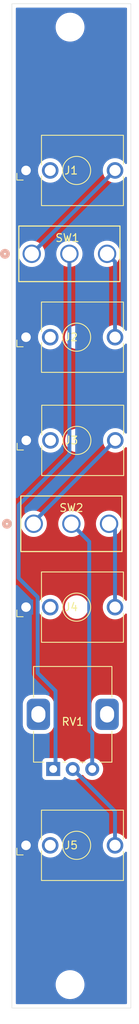
<source format=kicad_pcb>
(kicad_pcb (version 20240108) (generator "pcbnew") (generator_version "8.0")
  (layers (0 "F.Cu" signal) (31 "B.Cu" signal) (34 "B.Paste" user) (35 "F.Paste" user) (36 "B.SilkS" user "B.Silkscreen") (37 "F.SilkS" user "F.Silkscreen") (38 "B.Mask" user) (39 "F.Mask" user) (44 "Edge.Cuts" user))
  (net 0 "")
  (net 2 "Net-(SW1-A)")
  (net 3 "GND")
  (net 4 "Net-(SW1-C)")
  (net 6 "Net-(SW2-A)")
  (net 8 "Net-(SW2-C)")
  (net 10 "Net-(J5-PadT)")
  (net 12 "Net-(SW1-B)")
  (net 13 "Net-(SW2-B)")
  (footprint "Connector_Audio:Jack_3.5mm_QingPu_WQP-PJ398SM_Vertical_CircularHoles" (layer "F.Cu") (at 103.408 158.496 90)
    (property "Reference" "J5" (at 0 5.78 180) (layer "F.SilkS"))
    (property "Value" "AudioJack2_SwitchT" (hide yes))
    (fp_line (start -1.23 -1.17) (end -0.37 -1.17) (stroke (width 0.12)) (layer "F.SilkS"))
    (fp_line (start -1.23 -1.17) (end -1.23 -0.37) (stroke (width 0.12)) (layer "F.SilkS"))
    (fp_line (start 4.5 1.98) (end 0.72 1.98) (stroke (width 0.12)) (layer "F.SilkS"))
    (fp_line (start 4.5 1.98) (end 4.5 12.48) (stroke (width 0.12)) (layer "F.SilkS"))
    (fp_line (start -0.72 1.98) (end -4.5 1.98) (stroke (width 0.12)) (layer "F.SilkS"))
    (fp_line (start -4.5 1.98) (end -4.5 12.48) (stroke (width 0.12)) (layer "F.SilkS"))
    (fp_line (start 4.5 12.48) (end 0.8 12.48) (stroke (width 0.12)) (layer "F.SilkS"))
    (fp_line (start -0.8 12.48) (end -4.5 12.48) (stroke (width 0.12)) (layer "F.SilkS"))
    (fp_circle (center 0 6.48) (end 1.8 6.48) (stroke (width 0.12)) (fill none) (layer "F.SilkS"))
    (pad "S" thru_hole rect (at 0 0 270) (size 1.93 1.83) (drill 1.22) (layers "*.Cu" "*.Mask") (net 3 "GND"))
    (pad "T" thru_hole circle (at 0 11.4 270) (size 2.13 2.13) (drill 1.43) (layers "*.Cu" "*.Mask") (net 10 "Net-(J5-PadT)"))
    (pad "TN" thru_hole circle (at 0 3.1 270) (size 2.13 2.13) (drill 1.42) (layers "*.Cu" "*.Mask"))
    (zone (net 0) (net_name "") (layer "F.Cu") (connect_pads (clearance 0)) (min_thickness 0.254)
      (keepout (tracks not_allowed) (vias not_allowed) (pads not_allowed) (copperpour not_allowed) (footprints not_allowed))
      (fill (thermal_gap 0.508) (thermal_bridge_width 0.508))
      (polygon (pts (xy 109.888 156.990859) (xy 109.642171 157.01107) (xy 109.402945 157.071159) (xy 109.176744 157.169514) (xy 108.969645 157.303492) (xy 108.78721 157.469496) (xy 108.634336 157.663068) (xy 108.515131 157.879008) (xy 108.432794 158.111518) (xy 108.389539 158.354354) (xy 108.386525 158.600993) (xy 108.423835 158.844813) (xy 108.500466 159.079266) (xy 108.61436 159.298054) (xy 108.762458 159.495303) (xy 108.940784 159.665714) (xy 109.144548 159.804712) (xy 109.368278 159.908564) (xy 109.605965 159.974481) (xy 109.851226 160.000692) (xy 110.097475 159.986493) (xy 110.338099 159.932266) (xy 110.566634 159.839468) (xy 110.776945 159.710589) (xy 110.963382 159.549092) (xy 111.120939 159.359313) (xy 111.245385 159.14635) (xy 111.333377 158.915921) (xy 111.382553 158.674215) (xy 111.391592 158.427722) (xy 111.36025 158.183064) (xy 111.28937 157.946809) (xy 111.180856 157.725303) (xy 111.037621 157.524495) (xy 110.863512 157.349777) (xy 110.663205 157.205842) (xy 110.442079 157.096555) (xy 110.206074 157.024851) (xy 109.961526 156.992656)))
    )
  )
  (footprint "Potentiometer_THT:Potentiometer_Alps_RK09K_Single_Vertical" (layer "F.Cu") (at 106.892 148.732 90)
    (property "Reference" "RV1" (at 6.05 2.5 180) (layer "F.SilkS"))
    (property "Value" "R_Potentiometer")
    (fp_line (start 13.12 -2.521) (end 13.12 7.52) (stroke (width 0.12)) (layer "F.SilkS"))
    (fp_line (start 9.184 -2.521) (end 13.12 -2.521) (stroke (width 0.12)) (layer "F.SilkS"))
    (fp_line (start 0.88 -2.521) (end 4.817 -2.521) (stroke (width 0.12)) (layer "F.SilkS"))
    (fp_line (start 0.88 -2.521) (end 0.88 -1.2) (stroke (width 0.12)) (layer "F.SilkS"))
    (fp_line (start 0.88 1.25) (end 0.88 1.63) (stroke (width 0.12)) (layer "F.SilkS"))
    (fp_line (start 0.88 3.371) (end 0.88 4.13) (stroke (width 0.12)) (layer "F.SilkS"))
    (fp_line (start 0.88 5.87) (end 0.88 7.52) (stroke (width 0.12)) (layer "F.SilkS"))
    (fp_line (start 9.184 7.52) (end 13.12 7.52) (stroke (width 0.12)) (layer "F.SilkS"))
    (fp_line (start 0.88 7.52) (end 4.817 7.52) (stroke (width 0.12)) (layer "F.SilkS"))
    (pad "1" thru_hole rect (at 0 0 90) (size 1.8 1.8) (drill 1) (layers "*.Cu" "*.Mask") (net 12 "Net-(SW1-B)"))
    (pad "2" thru_hole circle (at 0 2.5 90) (size 1.8 1.8) (drill 1) (layers "*.Cu" "*.Mask") (net 10 "Net-(J5-PadT)"))
    (pad "3" thru_hole circle (at 0 5 90) (size 1.8 1.8) (drill 1) (layers "*.Cu" "*.Mask") (net 13 "Net-(SW2-B)"))
    (pad "MP" thru_hole roundrect (at 7 -1.9 90) (size 4 3) (drill oval 2.1 1.8) (layers "*.Cu" "*.Mask"))
    (pad "MP" thru_hole roundrect (at 7 6.9 90) (size 4 3) (drill oval 2.1 1.8) (layers "*.Cu" "*.Mask"))
  )
  (footprint "Connector_Audio:Jack_3.5mm_QingPu_WQP-PJ398SM_Vertical_CircularHoles" (layer "F.Cu") (at 103.44 106.68 90)
    (property "Reference" "J3" (at 0 5.78 180) (layer "F.SilkS"))
    (property "Value" "AudioJack2_SwitchT" (hide yes))
    (fp_line (start -1.23 -1.17) (end -0.37 -1.17) (stroke (width 0.12)) (layer "F.SilkS"))
    (fp_line (start -1.23 -1.17) (end -1.23 -0.37) (stroke (width 0.12)) (layer "F.SilkS"))
    (fp_line (start 4.5 1.98) (end 0.72 1.98) (stroke (width 0.12)) (layer "F.SilkS"))
    (fp_line (start 4.5 1.98) (end 4.5 12.48) (stroke (width 0.12)) (layer "F.SilkS"))
    (fp_line (start -0.72 1.98) (end -4.5 1.98) (stroke (width 0.12)) (layer "F.SilkS"))
    (fp_line (start -4.5 1.98) (end -4.5 12.48) (stroke (width 0.12)) (layer "F.SilkS"))
    (fp_line (start 4.5 12.48) (end 0.8 12.48) (stroke (width 0.12)) (layer "F.SilkS"))
    (fp_line (start -0.8 12.48) (end -4.5 12.48) (stroke (width 0.12)) (layer "F.SilkS"))
    (fp_circle (center 0 6.48) (end 1.8 6.48) (stroke (width 0.12)) (fill none) (layer "F.SilkS"))
    (pad "S" thru_hole rect (at 0 0 270) (size 1.93 1.83) (drill 1.22) (layers "*.Cu" "*.Mask") (net 3 "GND"))
    (pad "T" thru_hole circle (at 0 11.4 270) (size 2.13 2.13) (drill 1.43) (layers "*.Cu" "*.Mask") (net 6 "Net-(SW2-A)"))
    (pad "TN" thru_hole circle (at 0 3.1 270) (size 2.13 2.13) (drill 1.42) (layers "*.Cu" "*.Mask"))
    (zone (net 0) (net_name "") (layer "F.Cu") (connect_pads (clearance 0)) (min_thickness 0.254)
      (keepout (tracks not_allowed) (vias not_allowed) (pads not_allowed) (copperpour not_allowed) (footprints not_allowed))
      (fill (thermal_gap 0.508) (thermal_bridge_width 0.508))
      (polygon (pts (xy 109.92 105.174859) (xy 109.674171 105.19507) (xy 109.434945 105.255159) (xy 109.208744 105.353514) (xy 109.001645 105.487492) (xy 108.81921 105.653496) (xy 108.666336 105.847068) (xy 108.547131 106.063008) (xy 108.464794 106.295518) (xy 108.421539 106.538354) (xy 108.418525 106.784993) (xy 108.455835 107.028813) (xy 108.532466 107.263266) (xy 108.64636 107.482054) (xy 108.794458 107.679303) (xy 108.972784 107.849714) (xy 109.176548 107.988712) (xy 109.400278 108.092564) (xy 109.637965 108.158481) (xy 109.883226 108.184692) (xy 110.129475 108.170493) (xy 110.370099 108.116266) (xy 110.598634 108.023468) (xy 110.808945 107.894589) (xy 110.995382 107.733092) (xy 111.152939 107.543313) (xy 111.277385 107.33035) (xy 111.365377 107.099921) (xy 111.414553 106.858215) (xy 111.423592 106.611722) (xy 111.39225 106.367064) (xy 111.32137 106.130809) (xy 111.212856 105.909303) (xy 111.069621 105.708495) (xy 110.895512 105.533777) (xy 110.695205 105.389842) (xy 110.474079 105.280555) (xy 110.238074 105.208851) (xy 109.993526 105.176656)))
    )
  )
  (footprint "MountingHole:MountingHole_3.2mm_M3" (layer "F.Cu") (at 109.05 176.324)
    (property "Reference" "H2" (hide yes))
    (property "Value" "MountingHole")
    (pad "" np_thru_hole circle (at 0 0) (size 3.2 3.2) (drill 3.2) (layers "*.Cu" "*.Mask"))
  )
  (footprint "Custom:ANT13SEC_CRS" (layer "F.Cu") (at 104.14 82.804)
    (property "Reference" "SW1" (at 4.572 -2.032 0) (layer "F.SilkS"))
    (property "Value" "SW_SPDT")
    (fp_circle (center -3.429 0) (end -3.048 0) (stroke (width 0.508)) (fill none) (layer "B.SilkS"))
    (fp_line (start -1.651 -3.556) (end -1.651 3.556) (stroke (width 0.1524)) (layer "F.SilkS"))
    (fp_line (start -1.651 3.556) (end 11.303 3.556) (stroke (width 0.1524)) (layer "F.SilkS"))
    (fp_line (start 11.303 -3.556) (end -1.651 -3.556) (stroke (width 0.1524)) (layer "F.SilkS"))
    (fp_line (start 11.303 3.556) (end 11.303 -3.556) (stroke (width 0.1524)) (layer "F.SilkS"))
    (fp_circle (center -3.429 0) (end -3.048 0) (stroke (width 0.508)) (fill none) (layer "F.SilkS"))
    (pad "1" thru_hole circle (at 0 0) (size 2.3622 2.3622) (drill 1.8542) (layers "*.Cu" "*.Mask") (net 2 "Net-(SW1-A)"))
    (pad "2" thru_hole circle (at 4.826 0) (size 2.3622 2.3622) (drill 1.8542) (layers "*.Cu" "*.Mask") (net 12 "Net-(SW1-B)"))
    (pad "3" thru_hole circle (at 9.652 0) (size 2.3622 2.3622) (drill 1.8542) (layers "*.Cu" "*.Mask") (net 4 "Net-(SW1-C)"))
  )
  (footprint "MountingHole:MountingHole_3.2mm_M3" (layer "F.Cu") (at 109.05 53.8)
    (property "Reference" "H1" (hide yes))
    (property "Value" "MountingHole")
    (pad "" np_thru_hole circle (at 0 0) (size 3.2 3.2) (drill 3.2) (layers "*.Cu" "*.Mask"))
  )
  (footprint "Connector_Audio:Jack_3.5mm_QingPu_WQP-PJ398SM_Vertical_CircularHoles" (layer "F.Cu") (at 103.408 72.136 90)
    (property "Reference" "J1" (at 0 5.78 180) (layer "F.SilkS"))
    (property "Value" "AudioJack2_SwitchT" (hide yes))
    (fp_line (start -1.23 -1.17) (end -0.37 -1.17) (stroke (width 0.12)) (layer "F.SilkS"))
    (fp_line (start -1.23 -1.17) (end -1.23 -0.37) (stroke (width 0.12)) (layer "F.SilkS"))
    (fp_line (start 4.5 1.98) (end 0.72 1.98) (stroke (width 0.12)) (layer "F.SilkS"))
    (fp_line (start 4.5 1.98) (end 4.5 12.48) (stroke (width 0.12)) (layer "F.SilkS"))
    (fp_line (start -0.72 1.98) (end -4.5 1.98) (stroke (width 0.12)) (layer "F.SilkS"))
    (fp_line (start -4.5 1.98) (end -4.5 12.48) (stroke (width 0.12)) (layer "F.SilkS"))
    (fp_line (start 4.5 12.48) (end 0.8 12.48) (stroke (width 0.12)) (layer "F.SilkS"))
    (fp_line (start -0.8 12.48) (end -4.5 12.48) (stroke (width 0.12)) (layer "F.SilkS"))
    (fp_circle (center 0 6.48) (end 1.8 6.48) (stroke (width 0.12)) (fill none) (layer "F.SilkS"))
    (pad "S" thru_hole rect (at 0 0 270) (size 1.93 1.83) (drill 1.22) (layers "*.Cu" "*.Mask") (net 3 "GND"))
    (pad "T" thru_hole circle (at 0 11.4 270) (size 2.13 2.13) (drill 1.43) (layers "*.Cu" "*.Mask") (net 2 "Net-(SW1-A)"))
    (pad "TN" thru_hole circle (at 0 3.1 270) (size 2.13 2.13) (drill 1.42) (layers "*.Cu" "*.Mask"))
    (zone (net 0) (net_name "") (layer "F.Cu") (connect_pads (clearance 0)) (min_thickness 0.254)
      (keepout (tracks not_allowed) (vias not_allowed) (pads not_allowed) (copperpour not_allowed) (footprints not_allowed))
      (fill (thermal_gap 0.508) (thermal_bridge_width 0.508))
      (polygon (pts (xy 109.888 70.630859) (xy 109.642171 70.65107) (xy 109.402945 70.711159) (xy 109.176744 70.809514) (xy 108.969645 70.943492) (xy 108.78721 71.109496) (xy 108.634336 71.303068) (xy 108.515131 71.519008) (xy 108.432794 71.751518) (xy 108.389539 71.994354) (xy 108.386525 72.240993) (xy 108.423835 72.484813) (xy 108.500466 72.719266) (xy 108.61436 72.938054) (xy 108.762458 73.135303) (xy 108.940784 73.305714) (xy 109.144548 73.444712) (xy 109.368278 73.548564) (xy 109.605965 73.614481) (xy 109.851226 73.640692) (xy 110.097475 73.626493) (xy 110.338099 73.572266) (xy 110.566634 73.479468) (xy 110.776945 73.350589) (xy 110.963382 73.189092) (xy 111.120939 72.999313) (xy 111.245385 72.78635) (xy 111.333377 72.555921) (xy 111.382553 72.314215) (xy 111.391592 72.067722) (xy 111.36025 71.823064) (xy 111.28937 71.586809) (xy 111.180856 71.365303) (xy 111.037621 71.164495) (xy 110.863512 70.989777) (xy 110.663205 70.845842) (xy 110.442079 70.736555) (xy 110.206074 70.664851) (xy 109.961526 70.632656)))
    )
  )
  (footprint "Connector_Audio:Jack_3.5mm_QingPu_WQP-PJ398SM_Vertical_CircularHoles" (layer "F.Cu") (at 103.408 128.016 90)
    (property "Reference" "J4" (at 0 5.78 180) (layer "F.SilkS"))
    (property "Value" "AudioJack2_SwitchT" (hide yes))
    (fp_line (start -1.23 -1.17) (end -0.37 -1.17) (stroke (width 0.12)) (layer "F.SilkS"))
    (fp_line (start -1.23 -1.17) (end -1.23 -0.37) (stroke (width 0.12)) (layer "F.SilkS"))
    (fp_line (start 4.5 1.98) (end 0.72 1.98) (stroke (width 0.12)) (layer "F.SilkS"))
    (fp_line (start 4.5 1.98) (end 4.5 12.48) (stroke (width 0.12)) (layer "F.SilkS"))
    (fp_line (start -0.72 1.98) (end -4.5 1.98) (stroke (width 0.12)) (layer "F.SilkS"))
    (fp_line (start -4.5 1.98) (end -4.5 12.48) (stroke (width 0.12)) (layer "F.SilkS"))
    (fp_line (start 4.5 12.48) (end 0.8 12.48) (stroke (width 0.12)) (layer "F.SilkS"))
    (fp_line (start -0.8 12.48) (end -4.5 12.48) (stroke (width 0.12)) (layer "F.SilkS"))
    (fp_circle (center 0 6.48) (end 1.8 6.48) (stroke (width 0.12)) (fill none) (layer "F.SilkS"))
    (pad "S" thru_hole rect (at 0 0 270) (size 1.93 1.83) (drill 1.22) (layers "*.Cu" "*.Mask") (net 3 "GND"))
    (pad "T" thru_hole circle (at 0 11.4 270) (size 2.13 2.13) (drill 1.43) (layers "*.Cu" "*.Mask") (net 8 "Net-(SW2-C)"))
    (pad "TN" thru_hole circle (at 0 3.1 270) (size 2.13 2.13) (drill 1.42) (layers "*.Cu" "*.Mask"))
    (zone (net 0) (net_name "") (layer "F.Cu") (connect_pads (clearance 0)) (min_thickness 0.254)
      (keepout (tracks not_allowed) (vias not_allowed) (pads not_allowed) (copperpour not_allowed) (footprints not_allowed))
      (fill (thermal_gap 0.508) (thermal_bridge_width 0.508))
      (polygon (pts (xy 109.888 126.510859) (xy 109.642171 126.53107) (xy 109.402945 126.591159) (xy 109.176744 126.689514) (xy 108.969645 126.823492) (xy 108.78721 126.989496) (xy 108.634336 127.183068) (xy 108.515131 127.399008) (xy 108.432794 127.631518) (xy 108.389539 127.874354) (xy 108.386525 128.120993) (xy 108.423835 128.364813) (xy 108.500466 128.599266) (xy 108.61436 128.818054) (xy 108.762458 129.015303) (xy 108.940784 129.185714) (xy 109.144548 129.324712) (xy 109.368278 129.428564) (xy 109.605965 129.494481) (xy 109.851226 129.520692) (xy 110.097475 129.506493) (xy 110.338099 129.452266) (xy 110.566634 129.359468) (xy 110.776945 129.230589) (xy 110.963382 129.069092) (xy 111.120939 128.879313) (xy 111.245385 128.66635) (xy 111.333377 128.435921) (xy 111.382553 128.194215) (xy 111.391592 127.947722) (xy 111.36025 127.703064) (xy 111.28937 127.466809) (xy 111.180856 127.245303) (xy 111.037621 127.044495) (xy 110.863512 126.869777) (xy 110.663205 126.725842) (xy 110.442079 126.616555) (xy 110.206074 126.544851) (xy 109.961526 126.512656)))
    )
  )
  (footprint "Connector_Audio:Jack_3.5mm_QingPu_WQP-PJ398SM_Vertical_CircularHoles" (layer "F.Cu") (at 103.408 93.472 90)
    (property "Reference" "J2" (at 0 5.78 180) (layer "F.SilkS"))
    (property "Value" "AudioJack2_SwitchT" (hide yes))
    (fp_line (start -1.23 -1.17) (end -0.37 -1.17) (stroke (width 0.12)) (layer "F.SilkS"))
    (fp_line (start -1.23 -1.17) (end -1.23 -0.37) (stroke (width 0.12)) (layer "F.SilkS"))
    (fp_line (start 4.5 1.98) (end 0.72 1.98) (stroke (width 0.12)) (layer "F.SilkS"))
    (fp_line (start 4.5 1.98) (end 4.5 12.48) (stroke (width 0.12)) (layer "F.SilkS"))
    (fp_line (start -0.72 1.98) (end -4.5 1.98) (stroke (width 0.12)) (layer "F.SilkS"))
    (fp_line (start -4.5 1.98) (end -4.5 12.48) (stroke (width 0.12)) (layer "F.SilkS"))
    (fp_line (start 4.5 12.48) (end 0.8 12.48) (stroke (width 0.12)) (layer "F.SilkS"))
    (fp_line (start -0.8 12.48) (end -4.5 12.48) (stroke (width 0.12)) (layer "F.SilkS"))
    (fp_circle (center 0 6.48) (end 1.8 6.48) (stroke (width 0.12)) (fill none) (layer "F.SilkS"))
    (pad "S" thru_hole rect (at 0 0 270) (size 1.93 1.83) (drill 1.22) (layers "*.Cu" "*.Mask") (net 3 "GND"))
    (pad "T" thru_hole circle (at 0 11.4 270) (size 2.13 2.13) (drill 1.43) (layers "*.Cu" "*.Mask") (net 4 "Net-(SW1-C)"))
    (pad "TN" thru_hole circle (at 0 3.1 270) (size 2.13 2.13) (drill 1.42) (layers "*.Cu" "*.Mask"))
    (zone (net 0) (net_name "") (layer "F.Cu") (connect_pads (clearance 0)) (min_thickness 0.254)
      (keepout (tracks not_allowed) (vias not_allowed) (pads not_allowed) (copperpour not_allowed) (footprints not_allowed))
      (fill (thermal_gap 0.508) (thermal_bridge_width 0.508))
      (polygon (pts (xy 109.888 91.966859) (xy 109.642171 91.98707) (xy 109.402945 92.047159) (xy 109.176744 92.145514) (xy 108.969645 92.279492) (xy 108.78721 92.445496) (xy 108.634336 92.639068) (xy 108.515131 92.855008) (xy 108.432794 93.087518) (xy 108.389539 93.330354) (xy 108.386525 93.576993) (xy 108.423835 93.820813) (xy 108.500466 94.055266) (xy 108.61436 94.274054) (xy 108.762458 94.471303) (xy 108.940784 94.641714) (xy 109.144548 94.780712) (xy 109.368278 94.884564) (xy 109.605965 94.950481) (xy 109.851226 94.976692) (xy 110.097475 94.962493) (xy 110.338099 94.908266) (xy 110.566634 94.815468) (xy 110.776945 94.686589) (xy 110.963382 94.525092) (xy 111.120939 94.335313) (xy 111.245385 94.12235) (xy 111.333377 93.891921) (xy 111.382553 93.650215) (xy 111.391592 93.403722) (xy 111.36025 93.159064) (xy 111.28937 92.922809) (xy 111.180856 92.701303) (xy 111.037621 92.500495) (xy 110.863512 92.325777) (xy 110.663205 92.181842) (xy 110.442079 92.072555) (xy 110.206074 92.000851) (xy 109.961526 91.968656)))
    )
  )
  (footprint "Custom:ANT13SEC_CRS" (layer "F.Cu") (at 104.394 117.348)
    (property "Reference" "SW2" (at 4.826 -2.032 0) (layer "F.SilkS"))
    (property "Value" "SW_SPDT" (hide yes))
    (fp_circle (center -3.429 0) (end -3.048 0) (stroke (width 0.508)) (fill none) (layer "B.SilkS"))
    (fp_line (start -1.651 -3.556) (end -1.651 3.556) (stroke (width 0.1524)) (layer "F.SilkS"))
    (fp_line (start -1.651 3.556) (end 11.303 3.556) (stroke (width 0.1524)) (layer "F.SilkS"))
    (fp_line (start 11.303 -3.556) (end -1.651 -3.556) (stroke (width 0.1524)) (layer "F.SilkS"))
    (fp_line (start 11.303 3.556) (end 11.303 -3.556) (stroke (width 0.1524)) (layer "F.SilkS"))
    (fp_circle (center -3.429 0) (end -3.048 0) (stroke (width 0.508)) (fill none) (layer "F.SilkS"))
    (pad "1" thru_hole circle (at 0 0) (size 2.3622 2.3622) (drill 1.8542) (layers "*.Cu" "*.Mask") (net 6 "Net-(SW2-A)"))
    (pad "2" thru_hole circle (at 4.826 0) (size 2.3622 2.3622) (drill 1.8542) (layers "*.Cu" "*.Mask") (net 13 "Net-(SW2-B)"))
    (pad "3" thru_hole circle (at 9.652 0) (size 2.3622 2.3622) (drill 1.8542) (layers "*.Cu" "*.Mask") (net 8 "Net-(SW2-C)"))
  )
  (gr_line (start 101.6 50.8) (end 101.6 179.324) (stroke (width 0.05)) (layer "Edge.Cuts"))
  (gr_line (start 101.6 179.324) (end 116.84 179.324) (stroke (width 0.05)) (layer "Edge.Cuts"))
  (gr_line (start 116.84 50.8) (end 101.6 50.8) (stroke (width 0.05)) (layer "Edge.Cuts"))
  (gr_line (start 116.84 179.324) (end 116.84 50.8) (stroke (width 0.05)) (layer "Edge.Cuts"))
  (segment (start 114.808 72.136) (end 104.14 82.804) (width 0.5) (layer "B.Cu") (net 2))
  (segment (start 114.808 83.82) (end 113.792 82.804) (width 0.5) (layer "B.Cu") (net 4))
  (segment (start 114.808 93.472) (end 114.808 83.82) (width 0.5) (layer "B.Cu") (net 4))
  (segment (start 104.394 117.126) (end 104.394 117.348) (width 0.5) (layer "B.Cu") (net 6))
  (segment (start 114.84 106.68) (end 104.394 117.126) (width 0.5) (layer "B.Cu") (net 6))
  (segment (start 114.808 118.11) (end 114.046 117.348) (width 0.5) (layer "B.Cu") (net 8))
  (segment (start 114.808 128.016) (end 114.808 118.11) (width 0.5) (layer "B.Cu") (net 8))
  (segment (start 109.392 148.732) (end 114.808 154.148) (width 0.5) (layer "B.Cu") (net 10))
  (segment (start 114.808 154.148) (end 114.808 158.496) (width 0.5) (layer "B.Cu") (net 10))
  (segment (start 102.4636 114.9604) (end 102.4636 124.2996) (width 0.5) (layer "B.Cu") (net 12))
  (segment (start 108.966 108.458) (end 102.4636 114.9604) (width 0.5) (layer "B.Cu") (net 12))
  (segment (start 107.188 148.436) (end 106.892 148.732) (width 0.5) (layer "B.Cu") (net 12))
  (segment (start 102.4636 124.2996) (end 104.902 126.738) (width 0.5) (layer "B.Cu") (net 12))
  (segment (start 104.902 136.4488) (end 107.188 138.7348) (width 0.5) (layer "B.Cu") (net 12))
  (segment (start 108.966 82.804) (end 108.966 108.458) (width 0.5) (layer "B.Cu") (net 12))
  (segment (start 107.188 138.7348) (end 107.188 148.436) (width 0.5) (layer "B.Cu") (net 12))
  (segment (start 104.902 126.738) (end 104.902 136.4488) (width 0.5) (layer "B.Cu") (net 12))
  (segment (start 111.506 143.752) (end 111.892 144.138) (width 0.5) (layer "B.Cu") (net 13))
  (segment (start 109.22 117.348) (end 111.506 119.634) (width 0.5) (layer "B.Cu") (net 13))
  (segment (start 111.506 119.634) (end 111.506 143.752) (width 0.5) (layer "B.Cu") (net 13))
  (segment (start 111.892 144.138) (end 111.892 148.732) (width 0.5) (layer "B.Cu") (net 13))
  (zone (net 3) (net_name "GND") (layers "F&B.Cu") (connect_pads yes (clearance 0.5)) (min_thickness 0.25) (fill yes (thermal_gap 0.5) (thermal_bridge_width 0.5))
    (polygon (pts (xy 101.6 179.324) (xy 116.84 179.324) (xy 116.84 50.8) (xy 101.6 50.8)))
  )
)
</source>
